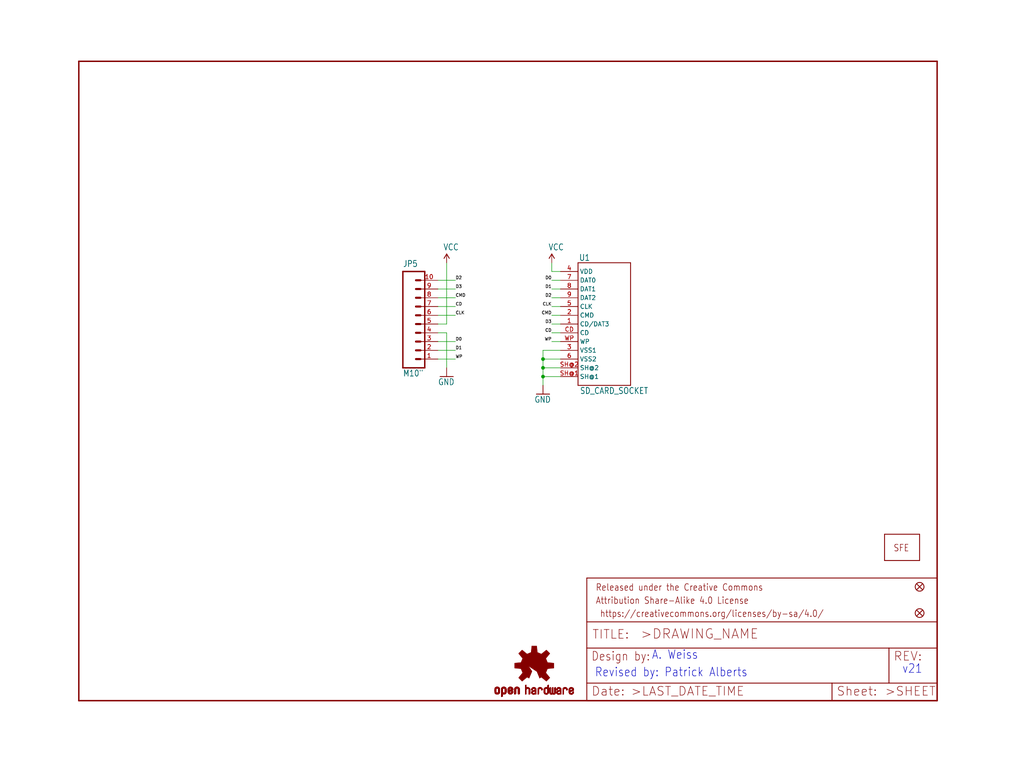
<source format=kicad_sch>
(kicad_sch (version 20211123) (generator eeschema)
  (paper "User" 297.002 223.926)
  (lib_symbols
    (symbol "eagleSchem-eagle-import:FIDUCIAL1X2")
    (symbol "eagleSchem-eagle-import:FRAME-LETTER"
      (symbol "FRAME-LETTER_2_0"
        (text " https://creativecommons.org/licenses/by-sa/4.0/" (at 2.54 24.13 0) (effects (font (size 1.9304 1.6408)) (justify left bottom)))
        (text ">DRAWING_NAME" (at 15.494 17.78 0) (effects (font (size 2.7432 2.7432)) (justify left bottom)))
        (text ">LAST_DATE_TIME" (at 12.7 1.27 0) (effects (font (size 2.54 2.54)) (justify left bottom)))
        (text ">SHEET" (at 86.36 1.27 0) (effects (font (size 2.54 2.54)) (justify left bottom)))
        (text "Attribution Share-Alike 4.0 License" (at 2.54 27.94 0) (effects (font (size 1.9304 1.6408)) (justify left bottom)))
        (text "Date:" (at 1.27 1.27 0) (effects (font (size 2.54 2.54)) (justify left bottom)))
        (text "Design by:" (at 1.27 11.43 0) (effects (font (size 2.54 2.159)) (justify left bottom)))
        (text "Released under the Creative Commons" (at 2.54 31.75 0) (effects (font (size 1.9304 1.6408)) (justify left bottom)))
        (text "REV:" (at 88.9 11.43 0) (effects (font (size 2.54 2.54)) (justify left bottom)))
        (text "Sheet:" (at 72.39 1.27 0) (effects (font (size 2.54 2.54)) (justify left bottom)))
        (text "TITLE:" (at 1.524 17.78 0) (effects (font (size 2.54 2.54)) (justify left bottom)))
      )
    )
    (symbol "eagleSchem-eagle-import:GND" (power)
      (property "Value" "GND" (at -2.54 -2.54 0))
      (symbol "GND_1_0"
        (pin power_in line (at 0 2.54 270) (length 2.54) (name "GND") (number "1"))
      )
    )
    (symbol "eagleSchem-eagle-import:LOGO-SFENEW"
      (symbol "LOGO-SFENEW_1_0"
        (text "SFE" (at 0 0 0) (effects (font (size 1.9304 1.6408)) (justify left bottom)))
      )
    )
    (symbol "eagleSchem-eagle-import:M10{dblquote}"
      (property "Reference" "JP" (at 0 8.89 0))
      (property "Value" "M10{dblquote}" (at 0 -22.86 0))
      (symbol "M10{dblquote}_1_0"
        (pin passive line (at 10.16 -17.78 180) (length 5.08) (name "1") (number "1"))
        (pin passive line (at 10.16 5.08 180) (length 5.08) (name "10") (number "10"))
        (pin passive line (at 10.16 -15.24 180) (length 5.08) (name "2") (number "2"))
        (pin passive line (at 10.16 -12.7 180) (length 5.08) (name "3") (number "3"))
        (pin passive line (at 10.16 -10.16 180) (length 5.08) (name "4") (number "4"))
        (pin passive line (at 10.16 -7.62 180) (length 5.08) (name "5") (number "5"))
        (pin passive line (at 10.16 -5.08 180) (length 5.08) (name "6") (number "6"))
        (pin passive line (at 10.16 -2.54 180) (length 5.08) (name "7") (number "7"))
        (pin passive line (at 10.16 0 180) (length 5.08) (name "8") (number "8"))
        (pin passive line (at 10.16 2.54 180) (length 5.08) (name "9") (number "9"))
      )
    )
    (symbol "eagleSchem-eagle-import:OSHW-LOGOS")
    (symbol "eagleSchem-eagle-import:SD_CARD_SOCKET"
      (property "Reference" "U" (at -7.366 18.288 0))
      (property "Value" "SD_CARD_SOCKET" (at -7.112 -20.32 0))
      (symbol "SD_CARD_SOCKET_1_0"
        (pin bidirectional line (at -12.7 0 0) (length 5.08) (name "CD/DAT3") (number "1"))
        (pin bidirectional line (at -12.7 2.54 0) (length 5.08) (name "CMD") (number "2"))
        (pin power_in line (at -12.7 -7.62 0) (length 5.08) (name "VSS1") (number "3"))
        (pin power_in line (at -12.7 15.24 0) (length 5.08) (name "VDD") (number "4"))
        (pin bidirectional line (at -12.7 5.08 0) (length 5.08) (name "CLK") (number "5"))
        (pin power_in line (at -12.7 -10.16 0) (length 5.08) (name "VSS2") (number "6"))
        (pin bidirectional line (at -12.7 12.7 0) (length 5.08) (name "DAT0") (number "7"))
        (pin bidirectional line (at -12.7 10.16 0) (length 5.08) (name "DAT1") (number "8"))
        (pin bidirectional line (at -12.7 7.62 0) (length 5.08) (name "DAT2") (number "9"))
        (pin bidirectional line (at -12.7 -2.54 0) (length 5.08) (name "CD") (number "CD"))
        (pin bidirectional line (at -12.7 -15.24 0) (length 5.08) (name "SH@1") (number "SH@1"))
        (pin bidirectional line (at -12.7 -12.7 0) (length 5.08) (name "SH@2") (number "SH@2"))
        (pin bidirectional line (at -12.7 -5.08 0) (length 5.08) (name "WP") (number "WP"))
      )
    )
    (symbol "eagleSchem-eagle-import:VCC" (power)
      (property "Value" "VCC" (at -1.016 3.556 0))
      (symbol "VCC_1_0"
        (pin power_in line (at 0 0 90) (length 2.54) (name "VCC") (number "1"))
      )
    )
  )
  (junction (at 157.48 106.68))
  (junction (at 157.48 109.22))
  (junction (at 157.48 104.14))
  (wire (pts (xy 162.56 106.68) (xy 157.48 106.68)))
  (wire (pts (xy 127 81.28) (xy 132.08 81.28)))
  (wire (pts (xy 127 93.98) (xy 129.54 93.98)))
  (wire (pts (xy 127 88.9) (xy 132.08 88.9)))
  (wire (pts (xy 157.48 111.76) (xy 157.48 109.22)))
  (wire (pts (xy 129.54 93.98) (xy 129.54 76.2)))
  (wire (pts (xy 162.56 109.22) (xy 157.48 109.22)))
  (wire (pts (xy 127 99.06) (xy 132.08 99.06)))
  (wire (pts (xy 157.48 104.14) (xy 157.48 101.6)))
  (wire (pts (xy 127 104.14) (xy 132.08 104.14)))
  (wire (pts (xy 160.02 91.44) (xy 162.56 91.44)))
  (wire (pts (xy 162.56 104.14) (xy 157.48 104.14)))
  (wire (pts (xy 129.54 96.52) (xy 129.54 104.14)))
  (wire (pts (xy 129.54 104.14) (xy 129.54 106.68)))
  (wire (pts (xy 157.48 109.22) (xy 157.48 106.68)))
  (wire (pts (xy 160.02 83.82) (xy 162.56 83.82)))
  (wire (pts (xy 162.56 78.74) (xy 160.02 78.74)))
  (wire (pts (xy 160.02 88.9) (xy 162.56 88.9)))
  (wire (pts (xy 162.56 99.06) (xy 160.02 99.06)))
  (wire (pts (xy 160.02 81.28) (xy 162.56 81.28)))
  (wire (pts (xy 160.02 78.74) (xy 160.02 76.2)))
  (wire (pts (xy 127 91.44) (xy 132.08 91.44)))
  (wire (pts (xy 127 96.52) (xy 129.54 96.52)))
  (wire (pts (xy 160.02 93.98) (xy 162.56 93.98)))
  (wire (pts (xy 127 101.6) (xy 132.08 101.6)))
  (wire (pts (xy 160.02 96.52) (xy 162.56 96.52)))
  (wire (pts (xy 127 83.82) (xy 132.08 83.82)))
  (wire (pts (xy 157.48 101.6) (xy 162.56 101.6)))
  (wire (pts (xy 160.02 86.36) (xy 162.56 86.36)))
  (wire (pts (xy 127 86.36) (xy 132.08 86.36)))
  (wire (pts (xy 157.48 106.68) (xy 157.48 104.14)))
  (text "Revised by: Patrick Alberts" (at 172.466 196.596 180) (effects (font (size 2.54 2.159)) (justify left bottom)))
  (text "v21" (at 261.62 195.58 180) (effects (font (size 2.54 2.159)) (justify left bottom)))
  (text "A. Weiss" (at 188.976 191.516 180) (effects (font (size 2.54 2.159)) (justify left bottom)))
  (label "D3" (at 132.08 83.82 0) (effects (font (size 0.889 0.889))))
  (label "CMD" (at 160.02 91.44 180) (effects (font (size 0.889 0.889))))
  (label "WP" (at 160.02 99.06 180) (effects (font (size 0.889 0.889))))
  (label "D1" (at 132.08 101.6 0) (effects (font (size 0.889 0.889))))
  (label "CLK" (at 160.02 88.9 180) (effects (font (size 0.889 0.889))))
  (label "CD" (at 160.02 96.52 180) (effects (font (size 0.889 0.889))))
  (label "CMD" (at 132.08 86.36 0) (effects (font (size 0.889 0.889))))
  (label "CLK" (at 132.08 91.44 0) (effects (font (size 0.889 0.889))))
  (label "D0" (at 160.02 81.28 180) (effects (font (size 0.889 0.889))))
  (label "WP" (at 132.08 104.14 0) (effects (font (size 0.889 0.889))))
  (label "CD" (at 132.08 88.9 0) (effects (font (size 0.889 0.889))))
  (label "D2" (at 160.02 86.36 180) (effects (font (size 0.889 0.889))))
  (label "D1" (at 160.02 83.82 180) (effects (font (size 0.889 0.889))))
  (label "D0" (at 132.08 99.06 0) (effects (font (size 0.889 0.889))))
  (label "D2" (at 132.08 81.28 0) (effects (font (size 0.889 0.889))))
  (label "D3" (at 160.02 93.98 180) (effects (font (size 0.889 0.889))))
  (symbol (lib_id "eagleSchem-eagle-import:VCC") (at 129.54 76.2 0) (unit 1)
    (property "Reference" "#P+2" (effects hide))
    (property "Value" "VCC" (at 128.524 72.644 0) (effects (font (size 1.778 1.5113)) (justify left bottom)))
    (property "Footprint" "eagleSchem:" (effects hide))
  )
  (symbol (lib_id "eagleSchem-eagle-import:FIDUCIAL1X2") (at 266.7 177.8 0) (unit 1)
    (property "Reference" "FID2" (effects hide))
    (property "Value" "FIDUCIAL1X2" (effects hide))
    (property "Footprint" "eagleSchem:FIDUCIAL-1X2" (effects hide))
  )
  (symbol (lib_id "eagleSchem-eagle-import:LOGO-SFENEW") (at 259.08 160.02 0) (unit 1)
    (property "Reference" "U$1" (effects hide))
    (property "Value" "LOGO-SFENEW" (effects hide))
    (property "Footprint" "eagleSchem:SFE-NEW-WEBLOGO" (effects hide))
  )
  (symbol (lib_id "eagleSchem-eagle-import:OSHW-LOGOS") (at 154.94 193.04 0) (unit 1)
    (property "Reference" "U$3" (effects hide))
    (property "Value" "OSHW-LOGOS" (effects hide))
    (property "Footprint" "eagleSchem:OSHW-LOGO-S" (effects hide))
  )
  (symbol (lib_id "eagleSchem-eagle-import:GND") (at 157.48 114.3 0) (unit 1)
    (property "Reference" "#GND1" (effects hide))
    (property "Value" "GND" (at 154.94 116.84 0) (effects (font (size 1.778 1.5113)) (justify left bottom)))
    (property "Footprint" "eagleSchem:" (effects hide))
  )
  (symbol (lib_id "eagleSchem-eagle-import:FRAME-LETTER") (at 22.86 203.2 0) (unit 1)
    (property "Reference" "FRAME1" (effects hide))
    (property "Value" "FRAME-LETTER" (effects hide))
    (property "Footprint" "eagleSchem:CREATIVE_COMMONS" (effects hide))
  )
  (symbol (lib_id "eagleSchem-eagle-import:SD_CARD_SOCKET") (at 175.26 93.98 0) (unit 1)
    (property "Reference" "U1" (at 167.894 75.692 0) (effects (font (size 1.778 1.5113)) (justify left bottom)))
    (property "Value" "SD_CARD_SOCKET" (at 168.148 114.3 0) (effects (font (size 1.778 1.5113)) (justify left bottom)))
    (property "Footprint" "eagleSchem:SD_1_1" (effects hide))
  )
  (symbol (lib_id "eagleSchem-eagle-import:M10{dblquote}") (at 116.84 86.36 0) (unit 1)
    (property "Reference" "JP5" (at 116.84 77.47 0) (effects (font (size 1.778 1.5113)) (justify left bottom)))
    (property "Value" "M10{dblquote}" (at 116.84 109.22 0) (effects (font (size 1.778 1.5113)) (justify left bottom)))
    (property "Footprint" "eagleSchem:1X10" (effects hide))
  )
  (symbol (lib_id "eagleSchem-eagle-import:GND") (at 129.54 109.22 0) (unit 1)
    (property "Reference" "#GND2" (effects hide))
    (property "Value" "GND" (at 127 111.76 0) (effects (font (size 1.778 1.5113)) (justify left bottom)))
    (property "Footprint" "eagleSchem:" (effects hide))
  )
  (symbol (lib_id "eagleSchem-eagle-import:VCC") (at 160.02 76.2 0) (unit 1)
    (property "Reference" "#P+1" (effects hide))
    (property "Value" "VCC" (at 159.004 72.644 0) (effects (font (size 1.778 1.5113)) (justify left bottom)))
    (property "Footprint" "eagleSchem:" (effects hide))
  )
  (symbol (lib_id "eagleSchem-eagle-import:FIDUCIAL1X2") (at 266.7 170.18 0) (unit 1)
    (property "Reference" "FID1" (effects hide))
    (property "Value" "FIDUCIAL1X2" (effects hide))
    (property "Footprint" "eagleSchem:FIDUCIAL-1X2" (effects hide))
  )
  (symbol (lib_id "eagleSchem-eagle-import:FRAME-LETTER") (at 170.18 203.2 0) (unit 2)
    (property "Reference" "FRAME1" (effects hide))
    (property "Value" "FRAME-LETTER" (effects hide))
    (property "Footprint" "eagleSchem:CREATIVE_COMMONS" (effects hide))
  )
)
</source>
